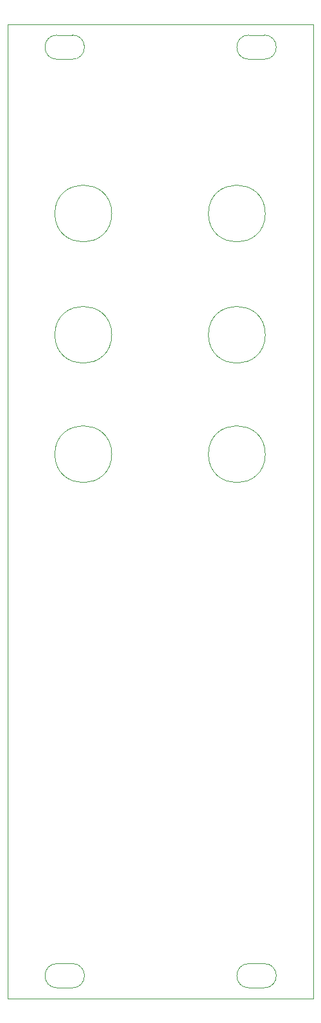
<source format=gbr>
G04 #@! TF.GenerationSoftware,KiCad,Pcbnew,(5.1.5-0)*
G04 #@! TF.CreationDate,2021-01-20T20:47:42-08:00*
G04 #@! TF.ProjectId,triad,74726961-642e-46b6-9963-61645f706362,rev?*
G04 #@! TF.SameCoordinates,Original*
G04 #@! TF.FileFunction,Profile,NP*
%FSLAX46Y46*%
G04 Gerber Fmt 4.6, Leading zero omitted, Abs format (unit mm)*
G04 Created by KiCad (PCBNEW (5.1.5-0)) date 2021-01-20 20:47:42*
%MOMM*%
%LPD*%
G04 APERTURE LIST*
%ADD10C,0.050000*%
G04 APERTURE END LIST*
D10*
X33950000Y-56700000D02*
G75*
G03X33950000Y-56700000I-3750000J0D01*
G01*
X13700000Y-56700000D02*
G75*
G03X13700000Y-56700000I-3750000J0D01*
G01*
X13700000Y-40950000D02*
G75*
G03X13700000Y-40950000I-3750000J0D01*
G01*
X33950000Y-40950000D02*
G75*
G03X33950000Y-40950000I-3750000J0D01*
G01*
X13700000Y-24950000D02*
G75*
G03X13700000Y-24950000I-3750000J0D01*
G01*
X33950000Y-24950000D02*
G75*
G03X33950000Y-24950000I-3750000J0D01*
G01*
X8500000Y-123900000D02*
G75*
G02X8500000Y-127100000I0J-1600000D01*
G01*
X6500000Y-123900000D02*
X8500000Y-123900000D01*
X6500000Y-127100000D02*
G75*
G02X6500000Y-123900000I0J1600000D01*
G01*
X6500000Y-127100000D02*
X8500000Y-127100000D01*
X8500000Y-1400000D02*
G75*
G02X8500000Y-4600000I0J-1600000D01*
G01*
X6500000Y-1400000D02*
X8500000Y-1400000D01*
X6500000Y-4600000D02*
G75*
G02X6500000Y-1400000I0J1600000D01*
G01*
X6500000Y-4600000D02*
X8500000Y-4600000D01*
X33800000Y-123900000D02*
G75*
G02X33800000Y-127100000I0J-1600000D01*
G01*
X31800000Y-123900000D02*
X33800000Y-123900000D01*
X31800000Y-127100000D02*
G75*
G02X31800000Y-123900000I0J1600000D01*
G01*
X31800000Y-127100000D02*
X33800000Y-127100000D01*
X31800000Y-1400000D02*
X33800000Y-1400000D01*
X31800000Y-4600000D02*
X33800000Y-4600000D01*
X31800000Y-4600000D02*
G75*
G02X31800000Y-1400000I0J1600000D01*
G01*
X33800000Y-1400000D02*
G75*
G02X33800000Y-4600000I0J-1600000D01*
G01*
X0Y-128500000D02*
X0Y0D01*
X40300000Y-128500000D02*
X0Y-128500000D01*
X40300000Y0D02*
X40300000Y-128500000D01*
X0Y0D02*
X40300000Y0D01*
M02*

</source>
